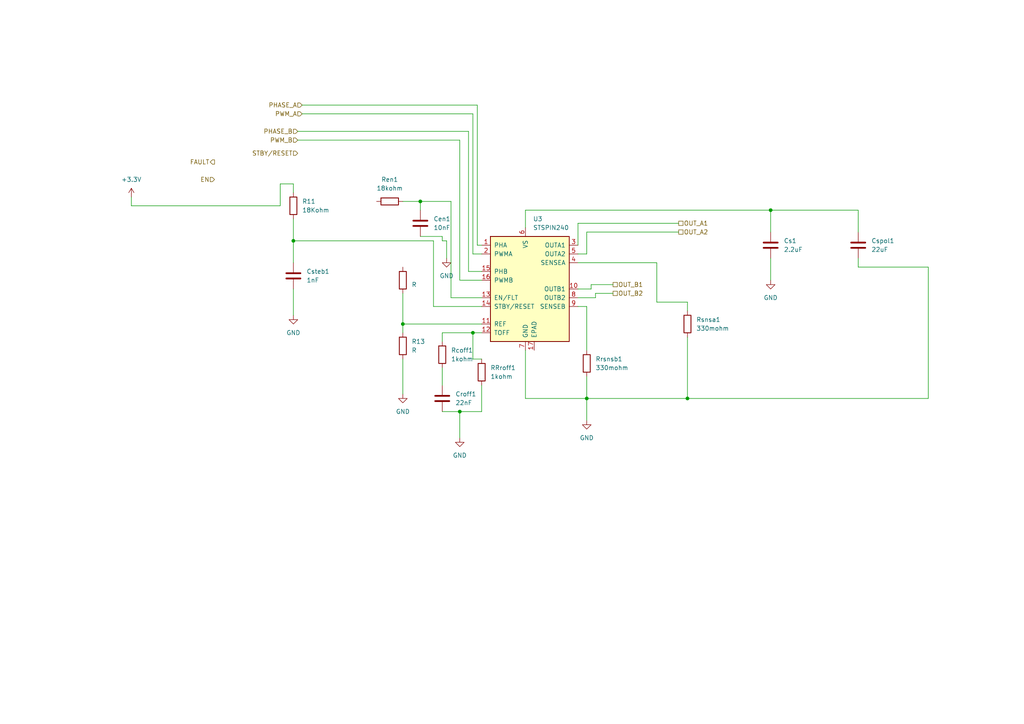
<source format=kicad_sch>
(kicad_sch (version 20230121) (generator eeschema)
  (paper "A4")
  (lib_symbols
    (symbol "Device:C" (pin_numbers hide) (pin_names (offset 0.254))
      (property "Reference" "C" (at 0.635 2.54 0))
      (property "Value" "C" (at 0.635 -2.54 0))
      (symbol "C_0_1"
        (polyline (pts (xy -2.032 -0.762) (xy 2.032 -0.762)) (stroke (width 0.508)))
        (polyline (pts (xy -2.032 0.762) (xy 2.032 0.762)) (stroke (width 0.508)))
      )
      (symbol "C_1_1"
        (pin passive line (at 0 3.81 270) (length 2.794) (name "~") (number "1"))
        (pin passive line (at 0 -3.81 90) (length 2.794) (name "~") (number "2"))
      )
    )
    (symbol "Device:R" (pin_numbers hide) (pin_names (offset 0))
      (property "Reference" "R" (at 2.032 0 90))
      (property "Value" "R" (at 0 0 90))
      (symbol "R_0_1"
        (rectangle (start -1.016 -2.54) (end 1.016 2.54) (stroke (width 0.254)))
      )
      (symbol "R_1_1"
        (pin passive line (at 0 3.81 270) (length 1.27) (name "~") (number "1"))
        (pin passive line (at 0 -3.81 90) (length 1.27) (name "~") (number "2"))
      )
    )
    (symbol "Driver_Motor:STSPIN240" (pin_names (offset 1.016))
      (property "Reference" "U" (at -10.16 16.51 0))
      (property "Value" "STSPIN240" (at 5.08 16.51 0))
      (symbol "STSPIN240_0_1"
        (rectangle (start -10.16 15.24) (end 12.7 -15.24) (stroke (width 0.254)) (fill (type background)))
      )
      (symbol "STSPIN240_1_1"
        (pin input line (at -12.7 12.7 0) (length 2.54) (name "PHA") (number "1"))
        (pin power_out line (at 15.24 0 180) (length 2.54) (name "OUTB1") (number "10"))
        (pin input line (at -12.7 -10.16 0) (length 2.54) (name "REF") (number "11"))
        (pin input line (at -12.7 -12.7 0) (length 2.54) (name "TOFF") (number "12"))
        (pin bidirectional line (at -12.7 -2.54 0) (length 2.54) (name "EN/FLT") (number "13"))
        (pin input line (at -12.7 -5.08 0) (length 2.54) (name "STBY/RESET") (number "14"))
        (pin input line (at -12.7 5.08 0) (length 2.54) (name "PHB") (number "15"))
        (pin input line (at -12.7 2.54 0) (length 2.54) (name "PWMB") (number "16"))
        (pin power_in line (at 2.54 -17.78 90) (length 2.54) (name "EPAD") (number "17"))
        (pin input line (at -12.7 10.16 0) (length 2.54) (name "PWMA") (number "2"))
        (pin power_out line (at 15.24 12.7 180) (length 2.54) (name "OUTA1") (number "3"))
        (pin power_out line (at 15.24 7.62 180) (length 2.54) (name "SENSEA") (number "4"))
        (pin power_out line (at 15.24 10.16 180) (length 2.54) (name "OUTA2") (number "5"))
        (pin power_in line (at 0 17.78 270) (length 2.54) (name "VS") (number "6"))
        (pin power_in line (at 0 -17.78 90) (length 2.54) (name "GND") (number "7"))
        (pin power_out line (at 15.24 -2.54 180) (length 2.54) (name "OUTB2") (number "8"))
        (pin power_out line (at 15.24 -5.08 180) (length 2.54) (name "SENSEB") (number "9"))
      )
    )
    (symbol "power:+3.3V" (power) (pin_names (offset 0))
      (property "Value" "+3.3V" (at 0 3.556 0))
      (symbol "+3.3V_0_1"
        (polyline (pts (xy -0.762 1.27) (xy 0 2.54)))
        (polyline (pts (xy 0 0) (xy 0 2.54)))
        (polyline (pts (xy 0 2.54) (xy 0.762 1.27)))
      )
      (symbol "+3.3V_1_1"
        (pin power_in line (at 0 0 90) (length 0) hide (name "+3.3V") (number "1"))
      )
    )
    (symbol "power:GND" (power) (pin_names (offset 0))
      (property "Value" "GND" (at 0 -3.81 0))
      (symbol "GND_0_1"
        (polyline (pts (xy 0 0) (xy 0 -1.27) (xy 1.27 -1.27) (xy 0 -2.54) (xy -1.27 -1.27) (xy 0 -1.27)))
      )
      (symbol "GND_1_1"
        (pin power_in line (at 0 0 270) (length 0) hide (name "GND") (number "1"))
      )
    )
  )
  (junction (at 133.35 119.38))
  (junction (at 137.16 96.52))
  (junction (at 85.09 69.85))
  (junction (at 116.84 93.98))
  (junction (at 199.39 115.57))
  (junction (at 121.92 58.42))
  (junction (at 170.18 115.57))
  (junction (at 223.52 60.96))
  (wire (pts (xy 167.64 86.36) (xy 172.72 86.36)))
  (wire (pts (xy 139.7 86.36) (xy 130.81 86.36)))
  (wire (pts (xy 128.27 69.85) (xy 129.54 69.85)))
  (wire (pts (xy 152.4 66.04) (xy 152.4 60.96)))
  (wire (pts (xy 128.27 119.38) (xy 133.35 119.38)))
  (wire (pts (xy 172.72 86.36) (xy 172.72 85.09)))
  (wire (pts (xy 138.43 71.12) (xy 138.43 30.48)))
  (wire (pts (xy 152.4 60.96) (xy 223.52 60.96)))
  (wire (pts (xy 133.35 40.64) (xy 86.36 40.64)))
  (wire (pts (xy 170.18 115.57) (xy 170.18 121.92)))
  (wire (pts (xy 248.92 77.47) (xy 269.24 77.47)))
  (wire (pts (xy 129.54 69.85) (xy 129.54 74.93)))
  (wire (pts (xy 85.09 83.82) (xy 85.09 91.44)))
  (wire (pts (xy 223.52 60.96) (xy 248.92 60.96)))
  (wire (pts (xy 139.7 88.9) (xy 125.73 88.9)))
  (wire (pts (xy 139.7 93.98) (xy 116.84 93.98)))
  (wire (pts (xy 139.7 96.52) (xy 137.16 96.52)))
  (wire (pts (xy 139.7 81.28) (xy 133.35 81.28)))
  (wire (pts (xy 139.7 119.38) (xy 139.7 111.76)))
  (wire (pts (xy 138.43 30.48) (xy 87.63 30.48)))
  (wire (pts (xy 130.81 58.42) (xy 130.81 86.36)))
  (wire (pts (xy 133.35 81.28) (xy 133.35 40.64)))
  (wire (pts (xy 85.09 63.5) (xy 85.09 69.85)))
  (wire (pts (xy 248.92 74.93) (xy 248.92 77.47)))
  (wire (pts (xy 133.35 119.38) (xy 139.7 119.38)))
  (wire (pts (xy 121.92 58.42) (xy 121.92 60.96)))
  (wire (pts (xy 38.1 59.69) (xy 38.1 57.15)))
  (wire (pts (xy 130.81 58.42) (xy 121.92 58.42)))
  (wire (pts (xy 167.64 76.2) (xy 190.5 76.2)))
  (wire (pts (xy 135.89 78.74) (xy 135.89 38.1)))
  (wire (pts (xy 133.35 119.38) (xy 133.35 127)))
  (wire (pts (xy 116.84 93.98) (xy 116.84 96.52)))
  (wire (pts (xy 170.18 115.57) (xy 199.39 115.57)))
  (wire (pts (xy 171.45 83.82) (xy 171.45 82.55)))
  (wire (pts (xy 81.28 59.69) (xy 81.28 53.34)))
  (wire (pts (xy 170.18 88.9) (xy 170.18 101.6)))
  (wire (pts (xy 81.28 53.34) (xy 85.09 53.34)))
  (wire (pts (xy 137.16 104.14) (xy 139.7 104.14)))
  (wire (pts (xy 137.16 96.52) (xy 137.16 104.14)))
  (wire (pts (xy 135.89 38.1) (xy 86.36 38.1)))
  (wire (pts (xy 139.7 71.12) (xy 138.43 71.12)))
  (wire (pts (xy 85.09 53.34) (xy 85.09 55.88)))
  (wire (pts (xy 199.39 97.79) (xy 199.39 115.57)))
  (wire (pts (xy 139.7 78.74) (xy 135.89 78.74)))
  (wire (pts (xy 152.4 115.57) (xy 170.18 115.57)))
  (wire (pts (xy 223.52 60.96) (xy 223.52 67.31)))
  (wire (pts (xy 170.18 109.22) (xy 170.18 115.57)))
  (wire (pts (xy 190.5 76.2) (xy 190.5 87.63)))
  (wire (pts (xy 170.18 67.31) (xy 196.85 67.31)))
  (wire (pts (xy 139.7 73.66) (xy 137.16 73.66)))
  (wire (pts (xy 171.45 82.55) (xy 177.8 82.55)))
  (wire (pts (xy 137.16 73.66) (xy 137.16 33.02)))
  (wire (pts (xy 167.64 73.66) (xy 170.18 73.66)))
  (wire (pts (xy 116.84 85.09) (xy 116.84 93.98)))
  (wire (pts (xy 116.84 58.42) (xy 121.92 58.42)))
  (wire (pts (xy 199.39 87.63) (xy 199.39 90.17)))
  (wire (pts (xy 248.92 60.96) (xy 248.92 67.31)))
  (wire (pts (xy 85.09 69.85) (xy 125.73 69.85)))
  (wire (pts (xy 121.92 68.58) (xy 128.27 68.58)))
  (wire (pts (xy 167.64 71.12) (xy 167.64 64.77)))
  (wire (pts (xy 128.27 106.68) (xy 128.27 111.76)))
  (wire (pts (xy 167.64 88.9) (xy 170.18 88.9)))
  (wire (pts (xy 128.27 68.58) (xy 128.27 69.85)))
  (wire (pts (xy 167.64 83.82) (xy 171.45 83.82)))
  (wire (pts (xy 85.09 69.85) (xy 85.09 76.2)))
  (wire (pts (xy 137.16 33.02) (xy 87.63 33.02)))
  (wire (pts (xy 137.16 96.52) (xy 128.27 96.52)))
  (wire (pts (xy 125.73 88.9) (xy 125.73 69.85)))
  (wire (pts (xy 172.72 85.09) (xy 177.8 85.09)))
  (wire (pts (xy 38.1 59.69) (xy 81.28 59.69)))
  (wire (pts (xy 199.39 115.57) (xy 269.24 115.57)))
  (wire (pts (xy 223.52 74.93) (xy 223.52 81.28)))
  (wire (pts (xy 167.64 64.77) (xy 196.85 64.77)))
  (wire (pts (xy 128.27 96.52) (xy 128.27 99.06)))
  (wire (pts (xy 170.18 73.66) (xy 170.18 67.31)))
  (wire (pts (xy 116.84 104.14) (xy 116.84 114.3)))
  (wire (pts (xy 152.4 101.6) (xy 152.4 115.57)))
  (wire (pts (xy 269.24 77.47) (xy 269.24 115.57)))
  (wire (pts (xy 190.5 87.63) (xy 199.39 87.63)))
  (hierarchical_label "PHASE_A" (shape input) (at 87.63 30.48 180))
  (hierarchical_label "OUT_A2" (shape passive) (at 196.85 67.31 0))
  (hierarchical_label "PWM_A" (shape input) (at 87.63 33.02 180))
  (hierarchical_label "FAULT" (shape output) (at 62.23 46.99 180))
  (hierarchical_label "PHASE_B" (shape input) (at 86.36 38.1 180))
  (hierarchical_label "PWM_B" (shape input) (at 86.36 40.64 180))
  (hierarchical_label "OUT_B2" (shape passive) (at 177.8 85.09 0))
  (hierarchical_label "OUT_A1" (shape passive) (at 196.85 64.77 0))
  (hierarchical_label "OUT_B1" (shape passive) (at 177.8 82.55 0))
  (hierarchical_label "STBY{slash}RESET" (shape input) (at 86.36 44.45 180))
  (hierarchical_label "EN" (shape input) (at 62.23 52.07 180))
  (symbol (lib_id "Device:C") (at 85.09 80.01 0) (unit 1)
    (property "Reference" "Csteb1" (at 88.9 78.74 0) (effects (justify left)))
    (property "Value" "1nF" (at 88.9 81.28 0) (effects (justify left)))
    (property "Footprint" "Capacitor_SMD:C_0603_1608Metric" (effects hide))
  )
  (symbol (lib_id "power:GND") (at 170.18 121.92 0) (unit 1)
    (property "Reference" "#PWR018" (effects hide))
    (property "Value" "GND" (at 170.18 127 0))
  )
  (symbol (lib_id "Device:C") (at 248.92 71.12 0) (unit 1)
    (property "Reference" "Cspol1" (at 252.73 69.85 0) (effects (justify left)))
    (property "Value" "22uF" (at 252.73 72.39 0) (effects (justify left)))
    (property "Footprint" "Capacitor_SMD:C_0603_1608Metric" (effects hide))
  )
  (symbol (lib_id "Device:R") (at 85.09 59.69 0) (unit 1)
    (property "Reference" "R11" (at 87.63 58.42 0) (effects (justify left)))
    (property "Value" "18Kohm" (at 87.63 60.96 0) (effects (justify left)))
    (property "Footprint" "Resistor_SMD:R_0603_1608Metric" (effects hide))
  )
  (symbol (lib_id "Device:R") (at 113.03 58.42 270) (mirror x) (unit 1)
    (property "Reference" "Ren1" (at 113.03 52.07 90))
    (property "Value" "18kohm" (at 113.03 54.61 90))
    (property "Footprint" "Resistor_SMD:R_0603_1608Metric" (effects hide))
  )
  (symbol (lib_id "Device:C") (at 223.52 71.12 0) (unit 1)
    (property "Reference" "Cs1" (at 227.33 69.85 0) (effects (justify left)))
    (property "Value" "2.2uF" (at 227.33 72.39 0) (effects (justify left)))
    (property "Footprint" "Capacitor_SMD:C_0603_1608Metric" (effects hide))
  )
  (symbol (lib_id "power:GND") (at 133.35 127 0) (unit 1)
    (property "Reference" "#PWR017" (effects hide))
    (property "Value" "GND" (at 133.35 132.08 0))
  )
  (symbol (lib_id "Device:R") (at 139.7 107.95 0) (unit 1)
    (property "Reference" "RRroff1" (at 142.24 106.68 0) (effects (justify left)))
    (property "Value" "1kohm" (at 142.24 109.22 0) (effects (justify left)))
    (property "Footprint" "Resistor_SMD:R_0603_1608Metric" (effects hide))
  )
  (symbol (lib_id "power:GND") (at 85.09 91.44 0) (unit 1)
    (property "Reference" "#PWR014" (effects hide))
    (property "Value" "GND" (at 85.09 96.52 0))
  )
  (symbol (lib_id "Device:R") (at 116.84 81.28 0) (unit 1)
    (property "Reference" "R12" (effects hide))
    (property "Value" "R" (at 119.38 82.55 0) (effects (justify left)))
    (property "Footprint" "Resistor_SMD:R_0603_1608Metric" (effects hide))
  )
  (symbol (lib_id "Device:R") (at 170.18 105.41 0) (unit 1)
    (property "Reference" "Rrsnsb1" (at 172.72 104.14 0) (effects (justify left)))
    (property "Value" "330mohm" (at 172.72 106.68 0) (effects (justify left)))
    (property "Footprint" "Resistor_SMD:R_2512_6332Metric" (effects hide))
  )
  (symbol (lib_id "Device:C") (at 121.92 64.77 0) (unit 1)
    (property "Reference" "Cen1" (at 125.73 63.5 0) (effects (justify left)))
    (property "Value" "10nF" (at 125.73 66.04 0) (effects (justify left)))
    (property "Footprint" "Capacitor_SMD:C_0603_1608Metric" (effects hide))
  )
  (symbol (lib_id "Device:R") (at 128.27 102.87 0) (unit 1)
    (property "Reference" "Rcoff1" (at 130.81 101.6 0) (effects (justify left)))
    (property "Value" "1kohm" (at 130.81 104.14 0) (effects (justify left)))
    (property "Footprint" "Resistor_SMD:R_0603_1608Metric" (effects hide))
  )
  (symbol (lib_id "power:+3.3V") (at 38.1 57.15 0) (unit 1)
    (property "Reference" "#PWR013" (effects hide))
    (property "Value" "+3.3V" (at 38.1 52.07 0))
  )
  (symbol (lib_id "Device:R") (at 116.84 100.33 0) (unit 1)
    (property "Reference" "R13" (at 119.38 99.06 0) (effects (justify left)))
    (property "Value" "R" (at 119.38 101.6 0) (effects (justify left)))
    (property "Footprint" "Resistor_SMD:R_0603_1608Metric" (effects hide))
  )
  (symbol (lib_id "Device:C") (at 128.27 115.57 0) (unit 1)
    (property "Reference" "Croff1" (at 132.08 114.3 0) (effects (justify left)))
    (property "Value" "22nF" (at 132.08 116.84 0) (effects (justify left)))
    (property "Footprint" "Capacitor_SMD:C_0603_1608Metric" (effects hide))
  )
  (symbol (lib_id "power:GND") (at 223.52 81.28 0) (unit 1)
    (property "Reference" "#PWR019" (effects hide))
    (property "Value" "GND" (at 223.52 86.36 0))
  )
  (symbol (lib_id "Driver_Motor:STSPIN240") (at 152.4 83.82 0) (unit 1)
    (property "Reference" "U3" (at 154.5941 63.5 0) (effects (justify left)))
    (property "Value" "STSPIN240" (at 154.5941 66.04 0) (effects (justify left)))
    (property "Footprint" "Package_DFN_QFN:VQFN-16-1EP_3x3mm_P0.5mm_EP1.8x1.8mm" (effects hide))
    (property "Datasheet" "www.st.com/resource/en/datasheet/stspin240.pdf" (effects hide))
  )
  (symbol (lib_id "Device:R") (at 199.39 93.98 0) (unit 1)
    (property "Reference" "Rsnsa1" (at 201.93 92.71 0) (effects (justify left)))
    (property "Value" "330mohm" (at 201.93 95.25 0) (effects (justify left)))
    (property "Footprint" "Resistor_SMD:R_2512_6332Metric" (effects hide))
  )
  (symbol (lib_id "power:GND") (at 129.54 74.93 0) (unit 1)
    (property "Reference" "#PWR016" (effects hide))
    (property "Value" "GND" (at 129.54 80.01 0))
  )
  (symbol (lib_id "power:GND") (at 116.84 114.3 0) (unit 1)
    (property "Reference" "#PWR015" (effects hide))
    (property "Value" "GND" (at 116.84 119.38 0))
  )
)
</source>
